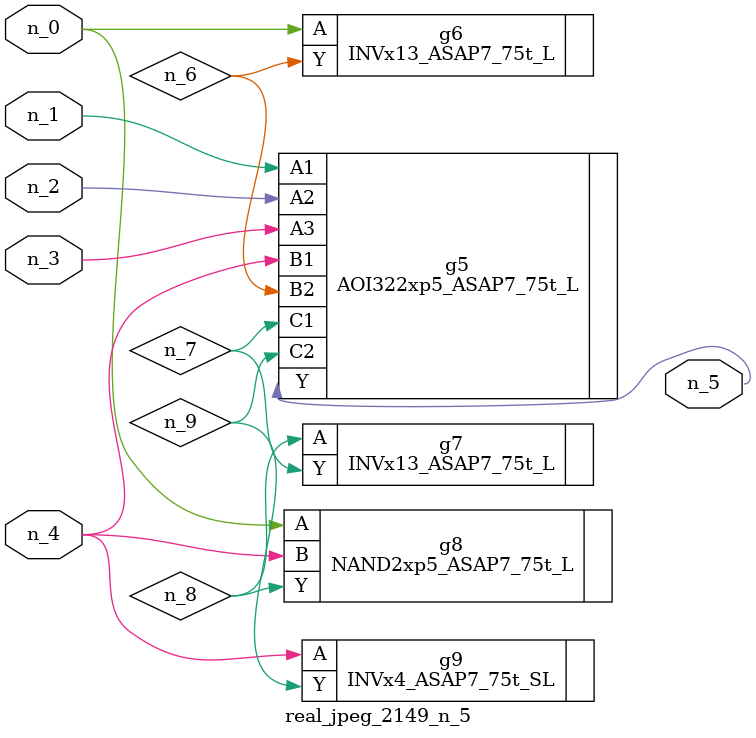
<source format=v>
module real_jpeg_2149_n_5 (n_4, n_0, n_1, n_2, n_3, n_5);

input n_4;
input n_0;
input n_1;
input n_2;
input n_3;

output n_5;

wire n_8;
wire n_6;
wire n_7;
wire n_9;

INVx13_ASAP7_75t_L g6 ( 
.A(n_0),
.Y(n_6)
);

NAND2xp5_ASAP7_75t_L g8 ( 
.A(n_0),
.B(n_4),
.Y(n_8)
);

AOI322xp5_ASAP7_75t_L g5 ( 
.A1(n_1),
.A2(n_2),
.A3(n_3),
.B1(n_4),
.B2(n_6),
.C1(n_7),
.C2(n_9),
.Y(n_5)
);

INVx4_ASAP7_75t_SL g9 ( 
.A(n_4),
.Y(n_9)
);

INVx13_ASAP7_75t_L g7 ( 
.A(n_8),
.Y(n_7)
);


endmodule
</source>
